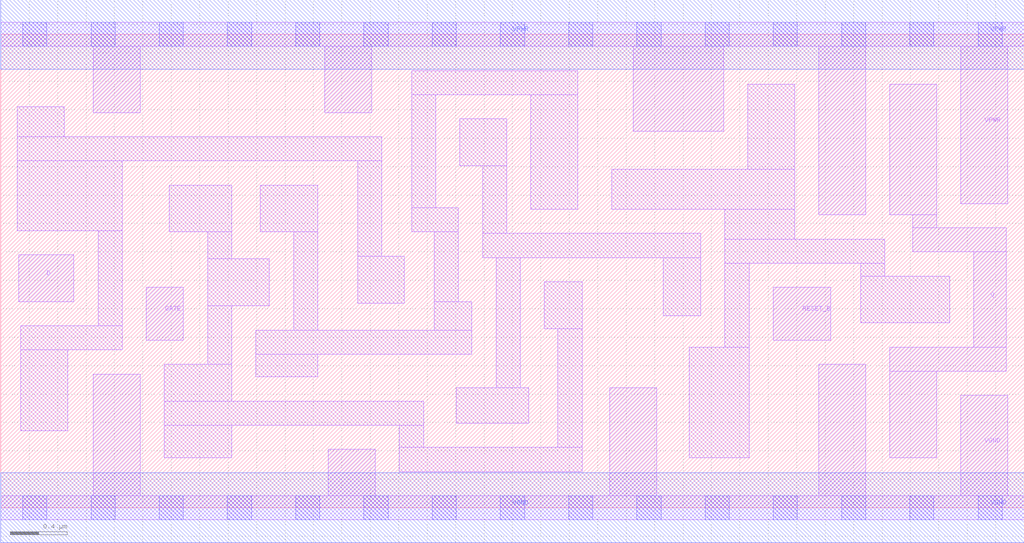
<source format=lef>
# Copyright 2020 The SkyWater PDK Authors
#
# Licensed under the Apache License, Version 2.0 (the "License");
# you may not use this file except in compliance with the License.
# You may obtain a copy of the License at
#
#     https://www.apache.org/licenses/LICENSE-2.0
#
# Unless required by applicable law or agreed to in writing, software
# distributed under the License is distributed on an "AS IS" BASIS,
# WITHOUT WARRANTIES OR CONDITIONS OF ANY KIND, either express or implied.
# See the License for the specific language governing permissions and
# limitations under the License.
#
# SPDX-License-Identifier: Apache-2.0

VERSION 5.7 ;
  NAMESCASESENSITIVE ON ;
  NOWIREEXTENSIONATPIN ON ;
  DIVIDERCHAR "/" ;
  BUSBITCHARS "[]" ;
UNITS
  DATABASE MICRONS 200 ;
END UNITS
MACRO sky130_fd_sc_ms__dlrtp_2
  CLASS CORE ;
  SOURCE USER ;
  FOREIGN sky130_fd_sc_ms__dlrtp_2 ;
  ORIGIN  0.000000  0.000000 ;
  SIZE  7.200000 BY  3.330000 ;
  SYMMETRY X Y ;
  SITE unit ;
  PIN D
    ANTENNAGATEAREA  0.233700 ;
    DIRECTION INPUT ;
    USE SIGNAL ;
    PORT
      LAYER li1 ;
        RECT 0.125000 1.450000 0.515000 1.780000 ;
    END
  END D
  PIN Q
    ANTENNADIFFAREA  0.533800 ;
    DIRECTION OUTPUT ;
    USE SIGNAL ;
    PORT
      LAYER li1 ;
        RECT 6.255000 0.350000 6.585000 0.960000 ;
        RECT 6.255000 0.960000 7.075000 1.130000 ;
        RECT 6.255000 2.060000 6.585000 2.980000 ;
        RECT 6.415000 1.800000 7.075000 1.970000 ;
        RECT 6.415000 1.970000 6.585000 2.060000 ;
        RECT 6.845000 1.130000 7.075000 1.800000 ;
    END
  END Q
  PIN RESET_B
    ANTENNAGATEAREA  0.312600 ;
    DIRECTION INPUT ;
    USE SIGNAL ;
    PORT
      LAYER li1 ;
        RECT 5.435000 1.180000 5.840000 1.550000 ;
    END
  END RESET_B
  PIN GATE
    ANTENNAGATEAREA  0.262200 ;
    DIRECTION INPUT ;
    USE CLOCK ;
    PORT
      LAYER li1 ;
        RECT 1.025000 1.180000 1.285000 1.550000 ;
    END
  END GATE
  PIN VGND
    DIRECTION INOUT ;
    USE GROUND ;
    PORT
      LAYER li1 ;
        RECT 0.000000 -0.085000 7.200000 0.085000 ;
        RECT 0.650000  0.085000 0.980000 0.940000 ;
        RECT 2.305000  0.085000 2.635000 0.410000 ;
        RECT 4.285000  0.085000 4.615000 0.845000 ;
        RECT 5.755000  0.085000 6.085000 1.010000 ;
        RECT 6.755000  0.085000 7.085000 0.790000 ;
      LAYER mcon ;
        RECT 0.155000 -0.085000 0.325000 0.085000 ;
        RECT 0.635000 -0.085000 0.805000 0.085000 ;
        RECT 1.115000 -0.085000 1.285000 0.085000 ;
        RECT 1.595000 -0.085000 1.765000 0.085000 ;
        RECT 2.075000 -0.085000 2.245000 0.085000 ;
        RECT 2.555000 -0.085000 2.725000 0.085000 ;
        RECT 3.035000 -0.085000 3.205000 0.085000 ;
        RECT 3.515000 -0.085000 3.685000 0.085000 ;
        RECT 3.995000 -0.085000 4.165000 0.085000 ;
        RECT 4.475000 -0.085000 4.645000 0.085000 ;
        RECT 4.955000 -0.085000 5.125000 0.085000 ;
        RECT 5.435000 -0.085000 5.605000 0.085000 ;
        RECT 5.915000 -0.085000 6.085000 0.085000 ;
        RECT 6.395000 -0.085000 6.565000 0.085000 ;
        RECT 6.875000 -0.085000 7.045000 0.085000 ;
      LAYER met1 ;
        RECT 0.000000 -0.245000 7.200000 0.245000 ;
    END
  END VGND
  PIN VPWR
    DIRECTION INOUT ;
    USE POWER ;
    PORT
      LAYER li1 ;
        RECT 0.000000 3.245000 7.200000 3.415000 ;
        RECT 0.650000 2.780000 0.980000 3.245000 ;
        RECT 2.280000 2.780000 2.610000 3.245000 ;
        RECT 4.450000 2.650000 5.085000 3.245000 ;
        RECT 5.755000 2.060000 6.085000 3.245000 ;
        RECT 6.755000 2.140000 7.085000 3.245000 ;
      LAYER mcon ;
        RECT 0.155000 3.245000 0.325000 3.415000 ;
        RECT 0.635000 3.245000 0.805000 3.415000 ;
        RECT 1.115000 3.245000 1.285000 3.415000 ;
        RECT 1.595000 3.245000 1.765000 3.415000 ;
        RECT 2.075000 3.245000 2.245000 3.415000 ;
        RECT 2.555000 3.245000 2.725000 3.415000 ;
        RECT 3.035000 3.245000 3.205000 3.415000 ;
        RECT 3.515000 3.245000 3.685000 3.415000 ;
        RECT 3.995000 3.245000 4.165000 3.415000 ;
        RECT 4.475000 3.245000 4.645000 3.415000 ;
        RECT 4.955000 3.245000 5.125000 3.415000 ;
        RECT 5.435000 3.245000 5.605000 3.415000 ;
        RECT 5.915000 3.245000 6.085000 3.415000 ;
        RECT 6.395000 3.245000 6.565000 3.415000 ;
        RECT 6.875000 3.245000 7.045000 3.415000 ;
      LAYER met1 ;
        RECT 0.000000 3.085000 7.200000 3.575000 ;
    END
  END VPWR
  OBS
    LAYER li1 ;
      RECT 0.115000 1.950000 0.855000 2.440000 ;
      RECT 0.115000 2.440000 2.680000 2.610000 ;
      RECT 0.115000 2.610000 0.445000 2.820000 ;
      RECT 0.140000 0.540000 0.470000 1.110000 ;
      RECT 0.140000 1.110000 0.855000 1.280000 ;
      RECT 0.685000 1.280000 0.855000 1.950000 ;
      RECT 1.150000 0.350000 1.625000 0.580000 ;
      RECT 1.150000 0.580000 2.975000 0.750000 ;
      RECT 1.150000 0.750000 1.625000 1.010000 ;
      RECT 1.185000 1.940000 1.625000 2.270000 ;
      RECT 1.455000 1.010000 1.625000 1.420000 ;
      RECT 1.455000 1.420000 1.890000 1.750000 ;
      RECT 1.455000 1.750000 1.625000 1.940000 ;
      RECT 1.795000 0.920000 2.230000 1.080000 ;
      RECT 1.795000 1.080000 3.315000 1.250000 ;
      RECT 1.825000 1.940000 2.230000 2.270000 ;
      RECT 2.060000 1.250000 2.230000 1.940000 ;
      RECT 2.510000 1.440000 2.840000 1.770000 ;
      RECT 2.510000 1.770000 2.680000 2.440000 ;
      RECT 2.805000 0.255000 4.090000 0.425000 ;
      RECT 2.805000 0.425000 2.975000 0.580000 ;
      RECT 2.890000 1.940000 3.220000 2.110000 ;
      RECT 2.890000 2.110000 3.060000 2.905000 ;
      RECT 2.890000 2.905000 4.060000 3.075000 ;
      RECT 3.050000 1.250000 3.315000 1.450000 ;
      RECT 3.050000 1.450000 3.220000 1.940000 ;
      RECT 3.205000 0.595000 3.715000 0.845000 ;
      RECT 3.230000 2.405000 3.560000 2.735000 ;
      RECT 3.390000 1.760000 4.925000 1.930000 ;
      RECT 3.390000 1.930000 3.560000 2.405000 ;
      RECT 3.485000 0.845000 3.655000 1.760000 ;
      RECT 3.730000 2.100000 4.060000 2.905000 ;
      RECT 3.825000 1.260000 4.090000 1.590000 ;
      RECT 3.920000 0.425000 4.090000 1.260000 ;
      RECT 4.300000 2.100000 5.585000 2.380000 ;
      RECT 4.660000 1.350000 4.925000 1.760000 ;
      RECT 4.845000 0.350000 5.265000 1.130000 ;
      RECT 5.095000 1.130000 5.265000 1.720000 ;
      RECT 5.095000 1.720000 6.220000 1.890000 ;
      RECT 5.095000 1.890000 5.585000 2.100000 ;
      RECT 5.255000 2.380000 5.585000 2.980000 ;
      RECT 6.050000 1.300000 6.675000 1.630000 ;
      RECT 6.050000 1.630000 6.220000 1.720000 ;
  END
END sky130_fd_sc_ms__dlrtp_2

</source>
